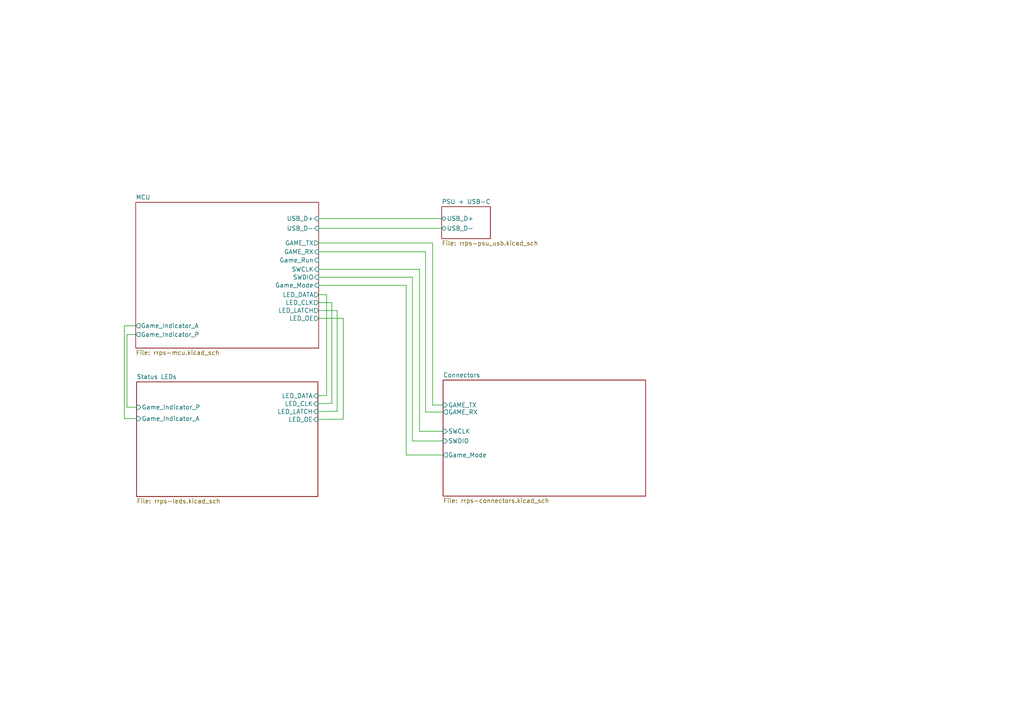
<source format=kicad_sch>
(kicad_sch (version 20211123) (generator eeschema)
  (paper "A4")
  (title_block (title "Robot Roshshambo Badge") (date "2023-09-13") (rev "1.0") (comment 1 "Blame Ada (lacecard) for the hardware :)"))
  (lib_symbols)
  (wire (pts (xy 92.4466 70.495) (xy 125.4666 70.495)))
  (wire (pts (xy 123.4346 73.035) (xy 92.4466 73.035)))
  (wire (pts (xy 99.5586 92.339) (xy 99.5586 121.549)))
  (wire (pts (xy 128.5146 131.9789) (xy 117.8196 131.9789)))
  (wire (pts (xy 39.624 118.11) (xy 36.83 118.11)))
  (wire (pts (xy 92.4466 87.767) (xy 96.2566 87.767)))
  (wire (pts (xy 97.7806 90.053) (xy 92.4466 90.053)))
  (wire (pts (xy 36.068 121.412) (xy 36.068 94.488)))
  (wire (pts (xy 125.4666 117.485) (xy 128.5146 117.485)))
  (wire (pts (xy 117.8196 82.743) (xy 92.4466 82.743)))
  (wire (pts (xy 119.6246 80.401) (xy 92.4466 80.401)))
  (wire (pts (xy 117.8196 131.9789) (xy 117.8196 82.743)))
  (wire (pts (xy 96.2566 87.767) (xy 96.2566 116.977)))
  (wire (pts (xy 128.5146 119.517) (xy 123.4346 119.517)))
  (wire (pts (xy 123.4346 119.517) (xy 123.4346 73.035)))
  (wire (pts (xy 36.068 94.488) (xy 39.37 94.488)))
  (wire (pts (xy 128.5146 127.899) (xy 119.6246 127.899)))
  (wire (pts (xy 99.5586 121.549) (xy 92.202 121.666)))
  (wire (pts (xy 92.202 114.808) (xy 94.7326 114.691)))
  (wire (pts (xy 92.202 119.38) (xy 97.7806 119.263)))
  (wire (pts (xy 97.7806 119.263) (xy 97.7806 90.053)))
  (wire (pts (xy 92.4466 92.339) (xy 99.5586 92.339)))
  (wire (pts (xy 119.6246 127.899) (xy 119.6246 80.401)))
  (wire (pts (xy 121.6566 125.105) (xy 128.5146 125.105)))
  (wire (pts (xy 94.7326 114.691) (xy 94.7326 85.481)))
  (wire (pts (xy 125.4666 70.495) (xy 125.4666 117.485)))
  (wire (pts (xy 121.6566 78.115) (xy 121.6566 125.105)))
  (wire (pts (xy 36.83 118.11) (xy 36.83 97.028)))
  (wire (pts (xy 94.7326 85.481) (xy 92.4466 85.481)))
  (wire (pts (xy 92.4466 63.3911) (xy 128.114 63.3911)))
  (wire (pts (xy 36.83 97.028) (xy 39.37 97.028)))
  (wire (pts (xy 96.2566 116.977) (xy 92.202 117.094)))
  (wire (pts (xy 39.624 121.412) (xy 36.068 121.412)))
  (wire (pts (xy 92.4466 66.2327) (xy 128.114 66.2327)))
  (wire (pts (xy 92.4466 78.115) (xy 121.6566 78.115)))
  (sheet (at 39.624 110.744) (size 52.578 33.274) (stroke (width 0.1524))
    (property "Sheet name" "Status LEDs" (at 39.624 110.0324 0) (effects (justify left bottom)))
    (property "Sheet file" "rrps-leds.kicad_sch" (at 39.624 144.6026 0) (effects (justify left top)))
    (pin "LED_DATA" input (at 92.202 114.808 0))
    (pin "LED_OE" input (at 92.202 121.666 0))
    (pin "LED_CLK" input (at 92.202 117.094 0))
    (pin "LED_LATCH" input (at 92.202 119.38 0))
    (pin "Game_Indicator_A" input (at 39.624 121.412 180))
    (pin "Game_Indicator_P" input (at 39.624 118.11 180))
  )
  (sheet (at 128.5146 110.2463) (size 58.7594 33.6547) (stroke (width 0.1524))
    (property "Sheet name" "Connectors" (at 128.5146 109.5347 0) (effects (justify left bottom)))
    (property "Sheet file" "rrps-connectors.kicad_sch" (at 128.5146 144.4856 0) (effects (justify left top)))
    (pin "SWCLK" input (at 128.5146 125.105 180))
    (pin "SWDIO" input (at 128.5146 127.899 180))
    (pin "GAME_TX" input (at 128.5146 117.485 180))
    (pin "GAME_RX" output (at 128.5146 119.517 180))
    (pin "Game_Mode" output (at 128.5146 131.9789 180))
  )
  (sheet (at 128.114 59.9528) (size 14.1166 9.2722) (stroke (width 0.1524))
    (property "Sheet name" "PSU + USB-C" (at 128.114 59.2412 0) (effects (justify left bottom)))
    (property "Sheet file" "rrps-psu_usb.kicad_sch" (at 128.114 69.8096 0) (effects (justify left top)))
    (pin "USB_D+" bidirectional (at 128.114 63.3911 180))
    (pin "USB_D-" bidirectional (at 128.114 66.2327 180))
  )
  (sheet (at 39.37 58.674) (size 53.0766 42.301) (stroke (width 0.1524))
    (property "Sheet name" "MCU" (at 39.37 57.9624 0) (effects (justify left bottom)))
    (property "Sheet file" "rrps-mcu.kicad_sch" (at 39.37 101.5596 0) (effects (justify left top)))
    (pin "SWCLK" input (at 92.4466 78.115 0))
    (pin "SWDIO" input (at 92.4466 80.401 0))
    (pin "USB_D-" input (at 92.4466 66.2327 0))
    (pin "USB_D+" input (at 92.4466 63.3911 0))
    (pin "GAME_TX" output (at 92.4466 70.495 0))
    (pin "GAME_RX" input (at 92.4466 73.035 0))
    (pin "LED_DATA" output (at 92.4466 85.481 0))
    (pin "LED_CLK" output (at 92.4466 87.767 0))
    (pin "LED_LATCH" output (at 92.4466 90.053 0))
    (pin "LED_OE" output (at 92.4466 92.339 0))
    (pin "Game_Mode" input (at 92.4466 82.743 0))
    (pin "Game_Indicator_P" output (at 39.37 97.028 180))
    (pin "Game_Indicator_A" output (at 39.37 94.488 180))
    (pin "Game_Run" input (at 92.4466 75.4672 0))
  )
)
</source>
